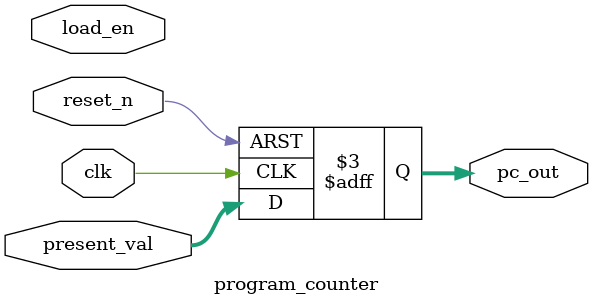
<source format=v>
module program_counter(
    input clk,
    input [31:0] present_val,
    input load_en,
    input reset_n,
    output reg [31:0] pc_out
);

    wire[31:0] sum; 

    always@(posedge clk or negedge reset_n)
    begin
        if (~reset_n)begin
            pc_out <= 32'h00000000;
        end   else begin
            pc_out <= present_val; // present_val is already PC+4 or branch target
        end
    end

endmodule
</source>
